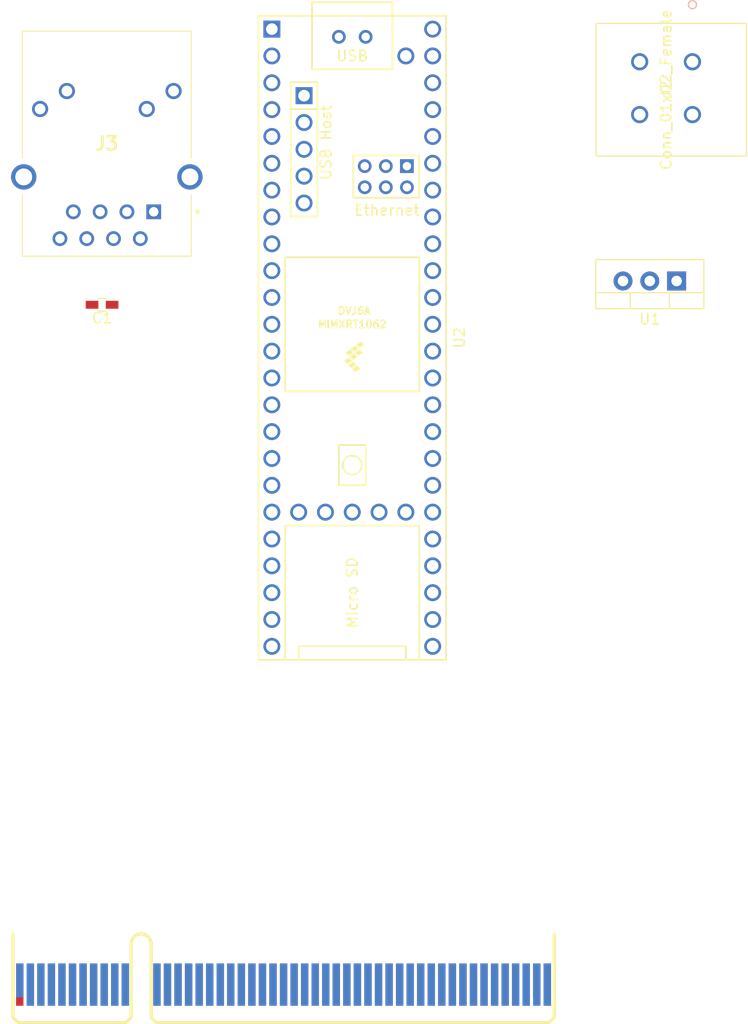
<source format=kicad_pcb>
(kicad_pcb (version 20171130) (host pcbnew "(5.1.9-16-g1737927814)-1")

  (general
    (thickness 1.6)
    (drawings 0)
    (tracks 0)
    (zones 0)
    (modules 6)
    (nets 59)
  )

  (page A4)
  (title_block
    (title "Buscontroller Teensy 1")
    (date 2021-07-08)
    (rev 1)
    (company "Gyurmas Electronix")
  )

  (layers
    (0 F.Cu signal)
    (31 B.Cu signal)
    (32 B.Adhes user)
    (33 F.Adhes user)
    (34 B.Paste user)
    (35 F.Paste user)
    (36 B.SilkS user)
    (37 F.SilkS user)
    (38 B.Mask user)
    (39 F.Mask user)
    (40 Dwgs.User user)
    (41 Cmts.User user)
    (42 Eco1.User user)
    (43 Eco2.User user)
    (44 Edge.Cuts user)
    (45 Margin user)
    (46 B.CrtYd user)
    (47 F.CrtYd user)
    (48 B.Fab user)
    (49 F.Fab user)
  )

  (setup
    (last_trace_width 0.25)
    (trace_clearance 0.2)
    (zone_clearance 0.508)
    (zone_45_only no)
    (trace_min 0.2)
    (via_size 0.8)
    (via_drill 0.4)
    (via_min_size 0.4)
    (via_min_drill 0.3)
    (uvia_size 0.3)
    (uvia_drill 0.1)
    (uvias_allowed no)
    (uvia_min_size 0.2)
    (uvia_min_drill 0.1)
    (edge_width 0.05)
    (segment_width 0.2)
    (pcb_text_width 0.3)
    (pcb_text_size 1.5 1.5)
    (mod_edge_width 0.12)
    (mod_text_size 1 1)
    (mod_text_width 0.15)
    (pad_size 1.524 1.524)
    (pad_drill 0.762)
    (pad_to_mask_clearance 0)
    (aux_axis_origin 0 0)
    (visible_elements 7FFFFFFF)
    (pcbplotparams
      (layerselection 0x010fc_ffffffff)
      (usegerberextensions false)
      (usegerberattributes true)
      (usegerberadvancedattributes true)
      (creategerberjobfile true)
      (excludeedgelayer true)
      (linewidth 0.100000)
      (plotframeref false)
      (viasonmask false)
      (mode 1)
      (useauxorigin false)
      (hpglpennumber 1)
      (hpglpenspeed 20)
      (hpglpendiameter 15.000000)
      (psnegative false)
      (psa4output false)
      (plotreference true)
      (plotvalue true)
      (plotinvisibletext false)
      (padsonsilk false)
      (subtractmaskfromsilk false)
      (outputformat 1)
      (mirror false)
      (drillshape 1)
      (scaleselection 1)
      (outputdirectory ""))
  )

  (net 0 "")
  (net 1 "Net-(C1-Pad1)")
  (net 2 GND)
  (net 3 "Net-(J1-PadA12)")
  (net 4 "Net-(J1-PadA13)")
  (net 5 "Net-(J1-PadA14)")
  (net 6 "Net-(J1-PadA15)")
  (net 7 "Net-(J1-PadA16)")
  (net 8 "Net-(J1-PadA17)")
  (net 9 "Net-(J1-PadA18)")
  (net 10 "Net-(J1-PadA11)")
  (net 11 "Net-(J1-PadA1)")
  (net 12 "Net-(J1-PadA2)")
  (net 13 "Net-(J1-PadA3)")
  (net 14 "Net-(J1-PadA4)")
  (net 15 "Net-(J1-PadA5)")
  (net 16 "Net-(J1-PadA6)")
  (net 17 "Net-(J1-PadA7)")
  (net 18 "Net-(J1-PadA8)")
  (net 19 "Net-(J1-PadA9)")
  (net 20 "Net-(J1-PadA10)")
  (net 21 "Net-(J1-PadA19)")
  (net 22 "Net-(J1-PadA20)")
  (net 23 "Net-(J1-PadA21)")
  (net 24 "Net-(J1-PadA22)")
  (net 25 "Net-(J1-PadA23)")
  (net 26 "Net-(J1-PadA24)")
  (net 27 "Net-(J1-PadA25)")
  (net 28 "Net-(J1-PadA26)")
  (net 29 "Net-(J1-PadA27)")
  (net 30 "Net-(J1-PadA28)")
  (net 31 "Net-(J1-PadA29)")
  (net 32 "Net-(J1-PadA30)")
  (net 33 "Net-(J1-PadA31)")
  (net 34 "Net-(J1-PadA32)")
  (net 35 "Net-(J1-PadA33)")
  (net 36 "Net-(J1-PadA34)")
  (net 37 "Net-(J1-PadA35)")
  (net 38 "Net-(J1-PadA36)")
  (net 39 "Net-(J1-PadA37)")
  (net 40 "Net-(J1-PadA38)")
  (net 41 "Net-(J1-PadA39)")
  (net 42 "Net-(J1-PadA40)")
  (net 43 "Net-(J1-PadA41)")
  (net 44 "Net-(J1-PadA42)")
  (net 45 "Net-(J1-PadA43)")
  (net 46 "Net-(J1-PadA44)")
  (net 47 "Net-(J1-PadA45)")
  (net 48 "Net-(J1-PadA46)")
  (net 49 "Net-(J1-PadA47)")
  (net 50 "Net-(J1-PadA48)")
  (net 51 "Net-(J1-PadA49)")
  (net 52 "Net-(J2-Pad1)")
  (net 53 "Net-(J3-Pad10)")
  (net 54 "Net-(J3-Pad6)")
  (net 55 "Net-(J3-Pad4)")
  (net 56 "Net-(J3-Pad3)")
  (net 57 "Net-(J3-Pad1)")
  (net 58 "Net-(U1-Pad3)")

  (net_class Default "This is the default net class."
    (clearance 0.2)
    (trace_width 0.25)
    (via_dia 0.8)
    (via_drill 0.4)
    (uvia_dia 0.3)
    (uvia_drill 0.1)
    (add_net GND)
    (add_net "Net-(C1-Pad1)")
    (add_net "Net-(J1-PadA1)")
    (add_net "Net-(J1-PadA10)")
    (add_net "Net-(J1-PadA11)")
    (add_net "Net-(J1-PadA12)")
    (add_net "Net-(J1-PadA13)")
    (add_net "Net-(J1-PadA14)")
    (add_net "Net-(J1-PadA15)")
    (add_net "Net-(J1-PadA16)")
    (add_net "Net-(J1-PadA17)")
    (add_net "Net-(J1-PadA18)")
    (add_net "Net-(J1-PadA19)")
    (add_net "Net-(J1-PadA2)")
    (add_net "Net-(J1-PadA20)")
    (add_net "Net-(J1-PadA21)")
    (add_net "Net-(J1-PadA22)")
    (add_net "Net-(J1-PadA23)")
    (add_net "Net-(J1-PadA24)")
    (add_net "Net-(J1-PadA25)")
    (add_net "Net-(J1-PadA26)")
    (add_net "Net-(J1-PadA27)")
    (add_net "Net-(J1-PadA28)")
    (add_net "Net-(J1-PadA29)")
    (add_net "Net-(J1-PadA3)")
    (add_net "Net-(J1-PadA30)")
    (add_net "Net-(J1-PadA31)")
    (add_net "Net-(J1-PadA32)")
    (add_net "Net-(J1-PadA33)")
    (add_net "Net-(J1-PadA34)")
    (add_net "Net-(J1-PadA35)")
    (add_net "Net-(J1-PadA36)")
    (add_net "Net-(J1-PadA37)")
    (add_net "Net-(J1-PadA38)")
    (add_net "Net-(J1-PadA39)")
    (add_net "Net-(J1-PadA4)")
    (add_net "Net-(J1-PadA40)")
    (add_net "Net-(J1-PadA41)")
    (add_net "Net-(J1-PadA42)")
    (add_net "Net-(J1-PadA43)")
    (add_net "Net-(J1-PadA44)")
    (add_net "Net-(J1-PadA45)")
    (add_net "Net-(J1-PadA46)")
    (add_net "Net-(J1-PadA47)")
    (add_net "Net-(J1-PadA48)")
    (add_net "Net-(J1-PadA49)")
    (add_net "Net-(J1-PadA5)")
    (add_net "Net-(J1-PadA6)")
    (add_net "Net-(J1-PadA7)")
    (add_net "Net-(J1-PadA8)")
    (add_net "Net-(J1-PadA9)")
    (add_net "Net-(J2-Pad1)")
    (add_net "Net-(J3-Pad1)")
    (add_net "Net-(J3-Pad10)")
    (add_net "Net-(J3-Pad11)")
    (add_net "Net-(J3-Pad12)")
    (add_net "Net-(J3-Pad3)")
    (add_net "Net-(J3-Pad4)")
    (add_net "Net-(J3-Pad6)")
    (add_net "Net-(J3-Pad7)")
    (add_net "Net-(U1-Pad3)")
    (add_net "Net-(U2-Pad1)")
    (add_net "Net-(U2-Pad10)")
    (add_net "Net-(U2-Pad11)")
    (add_net "Net-(U2-Pad12)")
    (add_net "Net-(U2-Pad13)")
    (add_net "Net-(U2-Pad14)")
    (add_net "Net-(U2-Pad15)")
    (add_net "Net-(U2-Pad16)")
    (add_net "Net-(U2-Pad17)")
    (add_net "Net-(U2-Pad18)")
    (add_net "Net-(U2-Pad19)")
    (add_net "Net-(U2-Pad2)")
    (add_net "Net-(U2-Pad20)")
    (add_net "Net-(U2-Pad21)")
    (add_net "Net-(U2-Pad22)")
    (add_net "Net-(U2-Pad23)")
    (add_net "Net-(U2-Pad24)")
    (add_net "Net-(U2-Pad25)")
    (add_net "Net-(U2-Pad26)")
    (add_net "Net-(U2-Pad27)")
    (add_net "Net-(U2-Pad28)")
    (add_net "Net-(U2-Pad29)")
    (add_net "Net-(U2-Pad3)")
    (add_net "Net-(U2-Pad30)")
    (add_net "Net-(U2-Pad31)")
    (add_net "Net-(U2-Pad32)")
    (add_net "Net-(U2-Pad33)")
    (add_net "Net-(U2-Pad34)")
    (add_net "Net-(U2-Pad35)")
    (add_net "Net-(U2-Pad36)")
    (add_net "Net-(U2-Pad37)")
    (add_net "Net-(U2-Pad38)")
    (add_net "Net-(U2-Pad39)")
    (add_net "Net-(U2-Pad4)")
    (add_net "Net-(U2-Pad40)")
    (add_net "Net-(U2-Pad41)")
    (add_net "Net-(U2-Pad42)")
    (add_net "Net-(U2-Pad43)")
    (add_net "Net-(U2-Pad44)")
    (add_net "Net-(U2-Pad45)")
    (add_net "Net-(U2-Pad46)")
    (add_net "Net-(U2-Pad47)")
    (add_net "Net-(U2-Pad49)")
    (add_net "Net-(U2-Pad5)")
    (add_net "Net-(U2-Pad50)")
    (add_net "Net-(U2-Pad51)")
    (add_net "Net-(U2-Pad52)")
    (add_net "Net-(U2-Pad53)")
    (add_net "Net-(U2-Pad54)")
    (add_net "Net-(U2-Pad55)")
    (add_net "Net-(U2-Pad56)")
    (add_net "Net-(U2-Pad57)")
    (add_net "Net-(U2-Pad58)")
    (add_net "Net-(U2-Pad59)")
    (add_net "Net-(U2-Pad6)")
    (add_net "Net-(U2-Pad66)")
    (add_net "Net-(U2-Pad67)")
    (add_net "Net-(U2-Pad7)")
    (add_net "Net-(U2-Pad8)")
    (add_net "Net-(U2-Pad9)")
  )

  (module teensy:Teensy41 (layer F.Cu) (tedit 5FD6DEAD) (tstamp 60E76222)
    (at 140.51 90.87 270)
    (path /60EABD5E)
    (fp_text reference U2 (at 0 -10.16 90) (layer F.SilkS)
      (effects (font (size 1 1) (thickness 0.15)))
    )
    (fp_text value Teensy4.1 (at 0 10.16 90) (layer F.Fab)
      (effects (font (size 1 1) (thickness 0.15)))
    )
    (fp_text user "USB Host" (at -18.4658 2.4892 90) (layer F.SilkS)
      (effects (font (size 1 1) (thickness 0.15)))
    )
    (fp_text user Ethernet (at -12.065 -3.2766) (layer F.SilkS)
      (effects (font (size 1 1) (thickness 0.15)))
    )
    (fp_text user USB (at -26.67 0 180) (layer F.SilkS)
      (effects (font (size 1 1) (thickness 0.15)))
    )
    (fp_text user "Micro SD" (at 24.13 0 90) (layer F.SilkS)
      (effects (font (size 1 1) (thickness 0.15)))
    )
    (fp_text user MIMXRT1062 (at -1.27 0 180) (layer F.SilkS)
      (effects (font (size 0.7 0.7) (thickness 0.15)))
    )
    (fp_text user DVJ6A (at -2.54 -0.18 180) (layer F.SilkS)
      (effects (font (size 0.7 0.7) (thickness 0.15)))
    )
    (fp_circle (center 12.065 0) (end 12.7 -0.635) (layer F.SilkS) (width 0.15))
    (fp_line (start -7.62 -6.35) (end -7.62 6.35) (layer F.SilkS) (width 0.15))
    (fp_line (start 5.08 -6.35) (end -7.62 -6.35) (layer F.SilkS) (width 0.15))
    (fp_line (start 5.08 6.35) (end 5.08 -6.35) (layer F.SilkS) (width 0.15))
    (fp_line (start -7.62 6.35) (end 5.08 6.35) (layer F.SilkS) (width 0.15))
    (fp_line (start -17.25 -6.3516) (end -17.25 -6.1016) (layer F.SilkS) (width 0.15))
    (fp_line (start -13.25 -6.3516) (end -17.25 -6.3516) (layer F.SilkS) (width 0.15))
    (fp_line (start -13.25 -0.1016) (end -13.25 -6.3516) (layer F.SilkS) (width 0.15))
    (fp_line (start -17.25 -0.1016) (end -13.25 -0.1016) (layer F.SilkS) (width 0.15))
    (fp_line (start -17.25 -6.1016) (end -17.25 -0.1016) (layer F.SilkS) (width 0.15))
    (fp_line (start -21.6408 3.2992) (end -21.6408 5.8392) (layer F.SilkS) (width 0.15))
    (fp_line (start -24.1808 3.2992) (end -21.6408 3.2992) (layer F.SilkS) (width 0.15))
    (fp_line (start -24.1808 5.8392) (end -24.1808 3.2992) (layer F.SilkS) (width 0.15))
    (fp_line (start -11.4808 5.8392) (end -24.1808 5.8392) (layer F.SilkS) (width 0.15))
    (fp_line (start -11.4808 3.2992) (end -11.4808 5.8392) (layer F.SilkS) (width 0.15))
    (fp_line (start -24.1808 3.2992) (end -11.4808 3.2992) (layer F.SilkS) (width 0.15))
    (fp_line (start 10.16 -1.27) (end 13.97 -1.27) (layer F.SilkS) (width 0.15))
    (fp_line (start 10.16 1.27) (end 10.16 -1.27) (layer F.SilkS) (width 0.15))
    (fp_line (start 13.97 1.27) (end 10.16 1.27) (layer F.SilkS) (width 0.15))
    (fp_line (start 13.97 -1.27) (end 13.97 1.27) (layer F.SilkS) (width 0.15))
    (fp_line (start 29.21 5.08) (end 30.48 5.08) (layer F.SilkS) (width 0.15))
    (fp_line (start 29.21 -5.08) (end 29.21 5.08) (layer F.SilkS) (width 0.15))
    (fp_line (start 30.48 -5.08) (end 29.21 -5.08) (layer F.SilkS) (width 0.15))
    (fp_line (start 17.78 6.35) (end 30.48 6.35) (layer F.SilkS) (width 0.15))
    (fp_line (start 17.78 -6.35) (end 17.78 6.35) (layer F.SilkS) (width 0.15))
    (fp_line (start 30.48 -6.35) (end 17.78 -6.35) (layer F.SilkS) (width 0.15))
    (fp_line (start -30.48 3.81) (end -31.75 3.81) (layer F.SilkS) (width 0.15))
    (fp_line (start -31.75 3.81) (end -31.75 -3.81) (layer F.SilkS) (width 0.15))
    (fp_line (start -31.75 -3.81) (end -30.48 -3.81) (layer F.SilkS) (width 0.15))
    (fp_line (start -25.4 3.81) (end -25.4 -3.81) (layer F.SilkS) (width 0.15))
    (fp_line (start -25.4 -3.81) (end -30.48 -3.81) (layer F.SilkS) (width 0.15))
    (fp_line (start -25.4 3.81) (end -30.48 3.81) (layer F.SilkS) (width 0.15))
    (fp_line (start -30.48 -8.89) (end 30.48 -8.89) (layer F.SilkS) (width 0.15))
    (fp_line (start 30.48 -8.89) (end 30.48 8.89) (layer F.SilkS) (width 0.15))
    (fp_line (start 30.48 8.89) (end -30.48 8.89) (layer F.SilkS) (width 0.15))
    (fp_line (start -30.48 8.89) (end -30.48 -8.89) (layer F.SilkS) (width 0.15))
    (fp_poly (pts (xy 2.435 0.455) (xy 2.181 0.709) (xy 1.927 0.328) (xy 2.181 0.074)) (layer F.SilkS) (width 0.1))
    (fp_poly (pts (xy 2.054 -0.053) (xy 1.8 0.201) (xy 1.546 -0.18) (xy 1.8 -0.434)) (layer F.SilkS) (width 0.1))
    (fp_poly (pts (xy 1.673 -0.561) (xy 1.419 -0.307) (xy 1.165 -0.688) (xy 1.419 -0.942)) (layer F.SilkS) (width 0.1))
    (fp_poly (pts (xy 1.673 0.328) (xy 1.419 0.582) (xy 1.165 0.201) (xy 1.419 -0.053)) (layer F.SilkS) (width 0.1))
    (fp_poly (pts (xy 1.292 -0.18) (xy 1.038 0.074) (xy 0.784 -0.307) (xy 1.038 -0.561)) (layer F.SilkS) (width 0.1))
    (fp_poly (pts (xy 0.911 -0.688) (xy 0.657 -0.434) (xy 0.403 -0.815) (xy 0.657 -1.069)) (layer F.SilkS) (width 0.1))
    (fp_poly (pts (xy 2.816 0.074) (xy 2.562 0.328) (xy 2.308 -0.053) (xy 2.562 -0.307)) (layer F.SilkS) (width 0.1))
    (fp_poly (pts (xy 3.197 -0.307) (xy 2.943 -0.053) (xy 2.689 -0.434) (xy 2.943 -0.688)) (layer F.SilkS) (width 0.1))
    (pad 66 thru_hole circle (at -28.48 -1.27 270) (size 1.3 1.3) (drill 0.8) (layers *.Cu *.Mask))
    (pad 67 thru_hole circle (at -28.48 1.27 270) (size 1.3 1.3) (drill 0.8) (layers *.Cu *.Mask))
    (pad 54 thru_hole circle (at 16.51 -5.08 270) (size 1.6 1.6) (drill 1.1) (layers *.Cu *.Mask))
    (pad 53 thru_hole circle (at 16.51 -2.54 270) (size 1.6 1.6) (drill 1.1) (layers *.Cu *.Mask))
    (pad 52 thru_hole circle (at 16.51 0 270) (size 1.6 1.6) (drill 1.1) (layers *.Cu *.Mask))
    (pad 51 thru_hole circle (at 16.51 2.54 270) (size 1.6 1.6) (drill 1.1) (layers *.Cu *.Mask))
    (pad 50 thru_hole circle (at 16.51 5.08 270) (size 1.6 1.6) (drill 1.1) (layers *.Cu *.Mask))
    (pad 62 thru_hole circle (at -16.24 -1.1816 270) (size 1.3 1.3) (drill 0.8) (layers *.Cu *.Mask)
      (net 56 "Net-(J3-Pad3)"))
    (pad 63 thru_hole circle (at -14.24 -1.1816 270) (size 1.3 1.3) (drill 0.8) (layers *.Cu *.Mask)
      (net 57 "Net-(J3-Pad1)"))
    (pad 64 thru_hole circle (at -14.24 -3.1816 270) (size 1.3 1.3) (drill 0.8) (layers *.Cu *.Mask)
      (net 2 GND))
    (pad 61 thru_hole circle (at -16.24 -3.1816 270) (size 1.3 1.3) (drill 0.8) (layers *.Cu *.Mask)
      (net 53 "Net-(J3-Pad10)"))
    (pad 65 thru_hole circle (at -14.24 -5.1816 270) (size 1.3 1.3) (drill 0.8) (layers *.Cu *.Mask)
      (net 54 "Net-(J3-Pad6)"))
    (pad 60 thru_hole rect (at -16.24 -5.1816 270) (size 1.3 1.3) (drill 0.8) (layers *.Cu *.Mask)
      (net 55 "Net-(J3-Pad4)"))
    (pad 17 thru_hole circle (at 11.43 7.62 270) (size 1.6 1.6) (drill 1.1) (layers *.Cu *.Mask))
    (pad 18 thru_hole circle (at 13.97 7.62 270) (size 1.6 1.6) (drill 1.1) (layers *.Cu *.Mask))
    (pad 19 thru_hole circle (at 16.51 7.62 270) (size 1.6 1.6) (drill 1.1) (layers *.Cu *.Mask))
    (pad 20 thru_hole circle (at 19.05 7.62 270) (size 1.6 1.6) (drill 1.1) (layers *.Cu *.Mask))
    (pad 16 thru_hole circle (at 8.89 7.62 270) (size 1.6 1.6) (drill 1.1) (layers *.Cu *.Mask))
    (pad 15 thru_hole circle (at 6.35 7.62 270) (size 1.6 1.6) (drill 1.1) (layers *.Cu *.Mask))
    (pad 14 thru_hole circle (at 3.81 7.62 270) (size 1.6 1.6) (drill 1.1) (layers *.Cu *.Mask))
    (pad 21 thru_hole circle (at 21.59 7.62 270) (size 1.6 1.6) (drill 1.1) (layers *.Cu *.Mask))
    (pad 22 thru_hole circle (at 24.13 7.62 270) (size 1.6 1.6) (drill 1.1) (layers *.Cu *.Mask))
    (pad 23 thru_hole circle (at 26.67 7.62 270) (size 1.6 1.6) (drill 1.1) (layers *.Cu *.Mask))
    (pad 24 thru_hole circle (at 29.21 7.62 270) (size 1.6 1.6) (drill 1.1) (layers *.Cu *.Mask))
    (pad 25 thru_hole circle (at 29.21 -7.62 270) (size 1.6 1.6) (drill 1.1) (layers *.Cu *.Mask))
    (pad 26 thru_hole circle (at 26.67 -7.62 270) (size 1.6 1.6) (drill 1.1) (layers *.Cu *.Mask))
    (pad 27 thru_hole circle (at 24.13 -7.62 270) (size 1.6 1.6) (drill 1.1) (layers *.Cu *.Mask))
    (pad 28 thru_hole circle (at 21.59 -7.62 270) (size 1.6 1.6) (drill 1.1) (layers *.Cu *.Mask))
    (pad 29 thru_hole circle (at 19.05 -7.62 270) (size 1.6 1.6) (drill 1.1) (layers *.Cu *.Mask))
    (pad 30 thru_hole circle (at 16.51 -7.62 270) (size 1.6 1.6) (drill 1.1) (layers *.Cu *.Mask))
    (pad 31 thru_hole circle (at 13.97 -7.62 270) (size 1.6 1.6) (drill 1.1) (layers *.Cu *.Mask))
    (pad 32 thru_hole circle (at 11.43 -7.62 270) (size 1.6 1.6) (drill 1.1) (layers *.Cu *.Mask))
    (pad 33 thru_hole circle (at 8.89 -7.62 270) (size 1.6 1.6) (drill 1.1) (layers *.Cu *.Mask))
    (pad 34 thru_hole circle (at 6.35 -7.62 270) (size 1.6 1.6) (drill 1.1) (layers *.Cu *.Mask))
    (pad 13 thru_hole circle (at 1.27 7.62 270) (size 1.6 1.6) (drill 1.1) (layers *.Cu *.Mask))
    (pad 12 thru_hole circle (at -1.27 7.62 270) (size 1.6 1.6) (drill 1.1) (layers *.Cu *.Mask))
    (pad 11 thru_hole circle (at -3.81 7.62 270) (size 1.6 1.6) (drill 1.1) (layers *.Cu *.Mask))
    (pad 10 thru_hole circle (at -6.35 7.62 270) (size 1.6 1.6) (drill 1.1) (layers *.Cu *.Mask))
    (pad 9 thru_hole circle (at -8.89 7.62 270) (size 1.6 1.6) (drill 1.1) (layers *.Cu *.Mask))
    (pad 8 thru_hole circle (at -11.43 7.62 270) (size 1.6 1.6) (drill 1.1) (layers *.Cu *.Mask))
    (pad 7 thru_hole circle (at -13.97 7.62 270) (size 1.6 1.6) (drill 1.1) (layers *.Cu *.Mask))
    (pad 6 thru_hole circle (at -16.51 7.62 270) (size 1.6 1.6) (drill 1.1) (layers *.Cu *.Mask))
    (pad 5 thru_hole circle (at -19.05 7.62 270) (size 1.6 1.6) (drill 1.1) (layers *.Cu *.Mask))
    (pad 4 thru_hole circle (at -21.59 7.62 270) (size 1.6 1.6) (drill 1.1) (layers *.Cu *.Mask))
    (pad 3 thru_hole circle (at -24.13 7.62 270) (size 1.6 1.6) (drill 1.1) (layers *.Cu *.Mask))
    (pad 2 thru_hole circle (at -26.67 7.62 270) (size 1.6 1.6) (drill 1.1) (layers *.Cu *.Mask))
    (pad 1 thru_hole rect (at -29.21 7.62 270) (size 1.6 1.6) (drill 1.1) (layers *.Cu *.Mask))
    (pad 35 thru_hole circle (at 3.81 -7.62 270) (size 1.6 1.6) (drill 1.1) (layers *.Cu *.Mask))
    (pad 36 thru_hole circle (at 1.27 -7.62 270) (size 1.6 1.6) (drill 1.1) (layers *.Cu *.Mask))
    (pad 37 thru_hole circle (at -1.27 -7.62 270) (size 1.6 1.6) (drill 1.1) (layers *.Cu *.Mask))
    (pad 38 thru_hole circle (at -3.81 -7.62 270) (size 1.6 1.6) (drill 1.1) (layers *.Cu *.Mask))
    (pad 39 thru_hole circle (at -6.35 -7.62 270) (size 1.6 1.6) (drill 1.1) (layers *.Cu *.Mask))
    (pad 40 thru_hole circle (at -8.89 -7.62 270) (size 1.6 1.6) (drill 1.1) (layers *.Cu *.Mask))
    (pad 41 thru_hole circle (at -11.43 -7.62 270) (size 1.6 1.6) (drill 1.1) (layers *.Cu *.Mask))
    (pad 42 thru_hole circle (at -13.97 -7.62 270) (size 1.6 1.6) (drill 1.1) (layers *.Cu *.Mask))
    (pad 43 thru_hole circle (at -16.51 -7.62 270) (size 1.6 1.6) (drill 1.1) (layers *.Cu *.Mask))
    (pad 44 thru_hole circle (at -19.05 -7.62 270) (size 1.6 1.6) (drill 1.1) (layers *.Cu *.Mask))
    (pad 45 thru_hole circle (at -21.59 -7.62 270) (size 1.6 1.6) (drill 1.1) (layers *.Cu *.Mask))
    (pad 46 thru_hole circle (at -24.13 -7.62 270) (size 1.6 1.6) (drill 1.1) (layers *.Cu *.Mask))
    (pad 47 thru_hole circle (at -26.67 -7.62 270) (size 1.6 1.6) (drill 1.1) (layers *.Cu *.Mask))
    (pad 48 thru_hole circle (at -29.21 -7.62 270) (size 1.6 1.6) (drill 1.1) (layers *.Cu *.Mask)
      (net 58 "Net-(U1-Pad3)"))
    (pad 55 thru_hole rect (at -22.9108 4.5692 270) (size 1.6 1.6) (drill 1.1) (layers *.Cu *.Mask))
    (pad 56 thru_hole circle (at -20.3708 4.5692 270) (size 1.6 1.6) (drill 1.1) (layers *.Cu *.Mask))
    (pad 57 thru_hole circle (at -17.8308 4.5692 270) (size 1.6 1.6) (drill 1.1) (layers *.Cu *.Mask))
    (pad 58 thru_hole circle (at -15.2908 4.5692 270) (size 1.6 1.6) (drill 1.1) (layers *.Cu *.Mask))
    (pad 59 thru_hole circle (at -12.7508 4.5692 270) (size 1.6 1.6) (drill 1.1) (layers *.Cu *.Mask))
    (pad 49 thru_hole circle (at -26.67 -5.08 270) (size 1.6 1.6) (drill 1.1) (layers *.Cu *.Mask))
    (model ${KICAD_USER_DIR}/teensy.pretty/Teensy_4.1_Assembly.STEP
      (offset (xyz 0 0 0.762))
      (scale (xyz 1 1 1))
      (rotate (xyz 0 0 0))
    )
  )

  (module TO_SOT_Packages_THT:TO-220-3_Vertical (layer F.Cu) (tedit 58CE52AD) (tstamp 60E761A9)
    (at 171.25 85.5 180)
    (descr "TO-220-3, Vertical, RM 2.54mm")
    (tags "TO-220-3 Vertical RM 2.54mm")
    (path /60EAFD83)
    (fp_text reference U1 (at 2.54 -3.62) (layer F.SilkS)
      (effects (font (size 1 1) (thickness 0.15)))
    )
    (fp_text value LM7805_TO220 (at 2.54 3.92) (layer F.Fab)
      (effects (font (size 1 1) (thickness 0.15)))
    )
    (fp_line (start 7.79 -2.75) (end -2.71 -2.75) (layer F.CrtYd) (width 0.05))
    (fp_line (start 7.79 2.16) (end 7.79 -2.75) (layer F.CrtYd) (width 0.05))
    (fp_line (start -2.71 2.16) (end 7.79 2.16) (layer F.CrtYd) (width 0.05))
    (fp_line (start -2.71 -2.75) (end -2.71 2.16) (layer F.CrtYd) (width 0.05))
    (fp_line (start 4.391 -2.62) (end 4.391 -1.11) (layer F.SilkS) (width 0.12))
    (fp_line (start 0.69 -2.62) (end 0.69 -1.11) (layer F.SilkS) (width 0.12))
    (fp_line (start -2.58 -1.11) (end 7.66 -1.11) (layer F.SilkS) (width 0.12))
    (fp_line (start 7.66 -2.62) (end 7.66 2.021) (layer F.SilkS) (width 0.12))
    (fp_line (start -2.58 -2.62) (end -2.58 2.021) (layer F.SilkS) (width 0.12))
    (fp_line (start -2.58 2.021) (end 7.66 2.021) (layer F.SilkS) (width 0.12))
    (fp_line (start -2.58 -2.62) (end 7.66 -2.62) (layer F.SilkS) (width 0.12))
    (fp_line (start 4.39 -2.5) (end 4.39 -1.23) (layer F.Fab) (width 0.1))
    (fp_line (start 0.69 -2.5) (end 0.69 -1.23) (layer F.Fab) (width 0.1))
    (fp_line (start -2.46 -1.23) (end 7.54 -1.23) (layer F.Fab) (width 0.1))
    (fp_line (start 7.54 -2.5) (end -2.46 -2.5) (layer F.Fab) (width 0.1))
    (fp_line (start 7.54 1.9) (end 7.54 -2.5) (layer F.Fab) (width 0.1))
    (fp_line (start -2.46 1.9) (end 7.54 1.9) (layer F.Fab) (width 0.1))
    (fp_line (start -2.46 -2.5) (end -2.46 1.9) (layer F.Fab) (width 0.1))
    (fp_text user %R (at 2.54 -3.62) (layer F.Fab)
      (effects (font (size 1 1) (thickness 0.15)))
    )
    (pad 1 thru_hole rect (at 0 0 180) (size 1.8 1.8) (drill 1) (layers *.Cu *.Mask)
      (net 52 "Net-(J2-Pad1)"))
    (pad 2 thru_hole oval (at 2.54 0 180) (size 1.8 1.8) (drill 1) (layers *.Cu *.Mask)
      (net 2 GND))
    (pad 3 thru_hole oval (at 5.08 0 180) (size 1.8 1.8) (drill 1) (layers *.Cu *.Mask)
      (net 58 "Net-(U1-Pad3)"))
    (model ${KISYS3DMOD}/TO_SOT_Packages_THT.3dshapes/TO-220-3_Vertical.wrl
      (offset (xyz 2.539999961853027 0 0))
      (scale (xyz 0.393701 0.393701 0.393701))
      (rotate (xyz 0 0 0))
    )
  )

  (module SamacSys_Parts:J1B1211CCD (layer F.Cu) (tedit 0) (tstamp 60E76788)
    (at 117.25 72.5 180)
    (descr J1B1211CCD)
    (tags Connector)
    (path /60E74199)
    (fp_text reference J3 (at 0 0) (layer F.SilkS)
      (effects (font (size 1.27 1.27) (thickness 0.254)))
    )
    (fp_text value J1B1211CCD (at 0 0) (layer F.SilkS) hide
      (effects (font (size 1.27 1.27) (thickness 0.254)))
    )
    (fp_arc (start -8.6 -6.45) (end -8.6 -6.35) (angle 180) (layer F.SilkS) (width 0.2))
    (fp_arc (start -8.6 -6.45) (end -8.6 -6.55) (angle 180) (layer F.SilkS) (width 0.2))
    (fp_text user %R (at 0 0) (layer F.Fab)
      (effects (font (size 1.27 1.27) (thickness 0.254)))
    )
    (fp_line (start -8 -10.65) (end 8 -10.65) (layer F.Fab) (width 0.2))
    (fp_line (start 8 -10.65) (end 8 10.65) (layer F.Fab) (width 0.2))
    (fp_line (start 8 10.65) (end -8 10.65) (layer F.Fab) (width 0.2))
    (fp_line (start -8 10.65) (end -8 -10.65) (layer F.Fab) (width 0.2))
    (fp_line (start -10.075 -11.65) (end 10.075 -11.65) (layer F.CrtYd) (width 0.1))
    (fp_line (start 10.075 -11.65) (end 10.075 11.65) (layer F.CrtYd) (width 0.1))
    (fp_line (start 10.075 11.65) (end -10.075 11.65) (layer F.CrtYd) (width 0.1))
    (fp_line (start -10.075 11.65) (end -10.075 -11.65) (layer F.CrtYd) (width 0.1))
    (fp_line (start -8 -4.85) (end -8 -10.65) (layer F.SilkS) (width 0.1))
    (fp_line (start -8 -10.65) (end 8 -10.65) (layer F.SilkS) (width 0.1))
    (fp_line (start 8 -10.65) (end 8 -4.85) (layer F.SilkS) (width 0.1))
    (fp_line (start -8 -1.35) (end -8 10.65) (layer F.SilkS) (width 0.1))
    (fp_line (start -8 10.65) (end 8 10.65) (layer F.SilkS) (width 0.1))
    (fp_line (start 8 10.65) (end 8 -1.35) (layer F.SilkS) (width 0.1))
    (fp_line (start -8.6 -6.55) (end -8.6 -6.55) (layer F.SilkS) (width 0.2))
    (fp_line (start -8.6 -6.35) (end -8.6 -6.35) (layer F.SilkS) (width 0.2))
    (pad 16 np_thru_hole circle (at 5.715 -0.1 180) (size 3.25 0) (drill 3.25) (layers *.Cu *.Mask))
    (pad 15 np_thru_hole circle (at -5.715 -0.1 180) (size 3.25 0) (drill 3.25) (layers *.Cu *.Mask))
    (pad 14 thru_hole circle (at 7.875 -3.15 180) (size 2.4 2.4) (drill 1.6) (layers *.Cu *.Mask)
      (net 2 GND))
    (pad 13 thru_hole circle (at -7.875 -3.15 180) (size 2.4 2.4) (drill 1.6) (layers *.Cu *.Mask)
      (net 2 GND))
    (pad 12 thru_hole circle (at 6.325 3.28 180) (size 1.53 1.53) (drill 1.02) (layers *.Cu *.Mask))
    (pad 11 thru_hole circle (at 3.785 4.98 180) (size 1.53 1.53) (drill 1.02) (layers *.Cu *.Mask))
    (pad 10 thru_hole circle (at -3.785 3.28 180) (size 1.53 1.53) (drill 1.02) (layers *.Cu *.Mask)
      (net 53 "Net-(J3-Pad10)"))
    (pad 9 thru_hole circle (at -6.325 4.98 180) (size 1.53 1.53) (drill 1.02) (layers *.Cu *.Mask)
      (net 2 GND))
    (pad 8 thru_hole circle (at 4.445 -8.99 180) (size 1.4 1.4) (drill 0.9) (layers *.Cu *.Mask)
      (net 2 GND))
    (pad 7 thru_hole circle (at 3.175 -6.45 180) (size 1.4 1.4) (drill 0.9) (layers *.Cu *.Mask))
    (pad 6 thru_hole circle (at 1.905 -8.99 180) (size 1.4 1.4) (drill 0.9) (layers *.Cu *.Mask)
      (net 54 "Net-(J3-Pad6)"))
    (pad 5 thru_hole circle (at 0.635 -6.45 180) (size 1.4 1.4) (drill 0.9) (layers *.Cu *.Mask)
      (net 1 "Net-(C1-Pad1)"))
    (pad 4 thru_hole circle (at -0.635 -8.99 180) (size 1.4 1.4) (drill 0.9) (layers *.Cu *.Mask)
      (net 55 "Net-(J3-Pad4)"))
    (pad 3 thru_hole circle (at -1.905 -6.45 180) (size 1.4 1.4) (drill 0.9) (layers *.Cu *.Mask)
      (net 56 "Net-(J3-Pad3)"))
    (pad 2 thru_hole circle (at -3.175 -8.99 180) (size 1.4 1.4) (drill 0.9) (layers *.Cu *.Mask)
      (net 1 "Net-(C1-Pad1)"))
    (pad 1 thru_hole rect (at -4.445 -6.45 180) (size 1.4 1.4) (drill 0.9) (layers *.Cu *.Mask)
      (net 57 "Net-(J3-Pad1)"))
    (model C:\Users\gyurma\Documents\CAD\SamacSys_PCB_Library\KiCad\SamacSys_Parts.3dshapes\J1B1211CCD.stp
      (at (xyz 0 0 0))
      (scale (xyz 1 1 1))
      (rotate (xyz 0 0 0))
    )
  )

  (module footprints:236-402 (layer F.Cu) (tedit 0) (tstamp 60E7617F)
    (at 172.75 64.75 270)
    (path /60EA146F)
    (fp_text reference J2 (at 2.649886 2.5 90) (layer F.SilkS)
      (effects (font (size 1 1) (thickness 0.15)))
    )
    (fp_text value Conn_01x02_Female (at 2.649886 2.5 90) (layer F.SilkS)
      (effects (font (size 1 1) (thickness 0.15)))
    )
    (fp_text user * (at 0 0 90) (layer F.Fab)
      (effects (font (size 1 1) (thickness 0.15)))
    )
    (fp_text user * (at 0 0 90) (layer F.SilkS)
      (effects (font (size 1 1) (thickness 0.15)))
    )
    (fp_text user "Copyright 2021 Accelerated Designs. All rights reserved." (at 0 0 90) (layer Cmts.User)
      (effects (font (size 0.127 0.127) (thickness 0.002)))
    )
    (fp_line (start -3.627115 9.126888) (end 8.926886 9.126888) (layer F.SilkS) (width 0.12))
    (fp_line (start 8.926886 9.126888) (end 8.926886 -5.127112) (layer F.SilkS) (width 0.12))
    (fp_line (start 8.926886 -5.127112) (end -3.627115 -5.127112) (layer F.SilkS) (width 0.12))
    (fp_line (start -3.627115 -5.127112) (end -3.627115 9.126888) (layer F.SilkS) (width 0.12))
    (fp_line (start -3.500115 8.999888) (end 8.799886 8.999888) (layer F.Fab) (width 0.1))
    (fp_line (start 8.799886 8.999888) (end 8.799886 -5.000112) (layer F.Fab) (width 0.1))
    (fp_line (start 8.799886 -5.000112) (end -3.500115 -5.000112) (layer F.Fab) (width 0.1))
    (fp_line (start -3.500115 -5.000112) (end -3.500115 8.999888) (layer F.Fab) (width 0.1))
    (fp_line (start -3.754115 -5.254112) (end -3.754115 9.253888) (layer F.CrtYd) (width 0.05))
    (fp_line (start -3.754115 9.253888) (end 9.053886 9.253888) (layer F.CrtYd) (width 0.05))
    (fp_line (start 9.053886 9.253888) (end 9.053886 -5.254112) (layer F.CrtYd) (width 0.05))
    (fp_line (start 9.053886 -5.254112) (end -3.754115 -5.254112) (layer F.CrtYd) (width 0.05))
    (fp_circle (center 0 -1.905) (end 0.381 -1.905) (layer F.Fab) (width 0.1))
    (fp_circle (center -5.405115 0) (end -5.024115 0) (layer F.SilkS) (width 0.12))
    (fp_circle (center -5.405115 0) (end -5.024115 0) (layer B.SilkS) (width 0.12))
    (pad 4 thru_hole circle (at 5 5 270) (size 1.6256 1.6256) (drill 1.1176) (layers *.Cu *.Mask))
    (pad 2 thru_hole circle (at 0 5 270) (size 1.6256 1.6256) (drill 1.1176) (layers *.Cu *.Mask)
      (net 2 GND))
    (pad 3 thru_hole circle (at 5 0 270) (size 1.6256 1.6256) (drill 1.1176) (layers *.Cu *.Mask))
    (pad 1 thru_hole circle (at 0 0 270) (size 1.6256 1.6256) (drill 1.1176) (layers *.Cu *.Mask)
      (net 52 "Net-(J2-Pad1)"))
  )

  (module Capacitors_SMD:C_0603_HandSoldering (layer F.Cu) (tedit 58AA848B) (tstamp 60E760F4)
    (at 116.8 87.75 180)
    (descr "Capacitor SMD 0603, hand soldering")
    (tags "capacitor 0603")
    (path /60E9149C)
    (attr smd)
    (fp_text reference C1 (at 0 -1.25) (layer F.SilkS)
      (effects (font (size 1 1) (thickness 0.15)))
    )
    (fp_text value 100n (at 0 1.5) (layer F.Fab)
      (effects (font (size 1 1) (thickness 0.15)))
    )
    (fp_line (start 1.8 0.65) (end -1.8 0.65) (layer F.CrtYd) (width 0.05))
    (fp_line (start 1.8 0.65) (end 1.8 -0.65) (layer F.CrtYd) (width 0.05))
    (fp_line (start -1.8 -0.65) (end -1.8 0.65) (layer F.CrtYd) (width 0.05))
    (fp_line (start -1.8 -0.65) (end 1.8 -0.65) (layer F.CrtYd) (width 0.05))
    (fp_line (start 0.35 0.6) (end -0.35 0.6) (layer F.SilkS) (width 0.12))
    (fp_line (start -0.35 -0.6) (end 0.35 -0.6) (layer F.SilkS) (width 0.12))
    (fp_line (start -0.8 -0.4) (end 0.8 -0.4) (layer F.Fab) (width 0.1))
    (fp_line (start 0.8 -0.4) (end 0.8 0.4) (layer F.Fab) (width 0.1))
    (fp_line (start 0.8 0.4) (end -0.8 0.4) (layer F.Fab) (width 0.1))
    (fp_line (start -0.8 0.4) (end -0.8 -0.4) (layer F.Fab) (width 0.1))
    (fp_text user %R (at 0 -1.25) (layer F.Fab)
      (effects (font (size 1 1) (thickness 0.15)))
    )
    (pad 1 smd rect (at -0.95 0 180) (size 1.2 0.75) (layers F.Cu F.Paste F.Mask)
      (net 1 "Net-(C1-Pad1)"))
    (pad 2 smd rect (at 0.95 0 180) (size 1.2 0.75) (layers F.Cu F.Paste F.Mask)
      (net 2 GND))
    (model Capacitors_SMD.3dshapes/C_0603.wrl
      (at (xyz 0 0 0))
      (scale (xyz 1 1 1))
      (rotate (xyz 0 0 0))
    )
  )

  (module w_conn_pc:pci-x_edge-x8 (layer F.Cu) (tedit 4ECAAB4E) (tstamp 60E73B42)
    (at 120.5 151.5)
    (descr "PCI-X 8x card edge")
    (path /60E71F01)
    (fp_text reference J1 (at 0 5.99948) (layer F.SilkS) hide
      (effects (font (size 1.524 1.524) (thickness 0.3048)))
    )
    (fp_text value PCIE-098-edge-conn (at 0 6.20014) (layer F.SilkS) hide
      (effects (font (size 1.524 1.524) (thickness 0.3048)))
    )
    (fp_line (start -0.94996 3.70078) (end -1.45034 4.20116) (layer F.SilkS) (width 0.3048))
    (fp_line (start 0.94996 3.70078) (end 1.45034 4.20116) (layer F.SilkS) (width 0.3048))
    (fp_line (start -0.94996 -3.2512) (end -0.94996 3.70078) (layer F.SilkS) (width 0.3048))
    (fp_line (start 0.94996 3.70078) (end 0.94996 -3.2512) (layer F.SilkS) (width 0.3048))
    (fp_line (start -12.14882 3.70078) (end -12.14882 -4.20116) (layer F.SilkS) (width 0.3048))
    (fp_line (start -11.65098 4.20116) (end -12.14882 3.70078) (layer F.SilkS) (width 0.3048))
    (fp_line (start -1.45034 4.20116) (end -11.65098 4.20116) (layer F.SilkS) (width 0.3048))
    (fp_line (start 38.65118 4.20116) (end 39.15156 3.70078) (layer F.SilkS) (width 0.3048))
    (fp_line (start 39.14902 3.70078) (end 39.14902 -4.20116) (layer F.SilkS) (width 0.3048))
    (fp_line (start 38.65118 4.20116) (end 1.45034 4.20116) (layer F.SilkS) (width 0.3048))
    (fp_arc (start 0 -3.2512) (end -0.94996 -3.2512) (angle 90) (layer F.SilkS) (width 0.3048))
    (fp_arc (start 0 -3.2512) (end 0 -4.20116) (angle 90) (layer F.SilkS) (width 0.3048))
    (pad A12 smd rect (at 1.50114 0.59944) (size 0.70104 4.0005) (layers B.Cu F.Paste F.Mask)
      (net 3 "Net-(J1-PadA12)"))
    (pad A13 smd rect (at 2.49936 0.59944) (size 0.70104 4.0005) (layers B.Cu F.Paste F.Mask)
      (net 4 "Net-(J1-PadA13)"))
    (pad A14 smd rect (at 3.50012 0.59944) (size 0.70104 4.0005) (layers B.Cu F.Paste F.Mask)
      (net 5 "Net-(J1-PadA14)"))
    (pad A15 smd rect (at 4.50088 0.59944) (size 0.70104 4.0005) (layers B.Cu F.Paste F.Mask)
      (net 6 "Net-(J1-PadA15)"))
    (pad A16 smd rect (at 5.4991 0.59944) (size 0.70104 4.0005) (layers B.Cu F.Paste F.Mask)
      (net 7 "Net-(J1-PadA16)"))
    (pad A17 smd rect (at 6.49986 0.59944) (size 0.70104 4.0005) (layers B.Cu F.Paste F.Mask)
      (net 8 "Net-(J1-PadA17)"))
    (pad A18 smd rect (at 7.50062 0.59944) (size 0.70104 4.0005) (layers B.Cu F.Paste F.Mask)
      (net 9 "Net-(J1-PadA18)"))
    (pad B12 smd rect (at 1.50114 0.59944) (size 0.70104 4.0005) (layers F.Cu F.Paste F.Mask)
      (net 3 "Net-(J1-PadA12)"))
    (pad B13 smd rect (at 2.49936 0.59944) (size 0.70104 4.0005) (layers F.Cu F.Paste F.Mask)
      (net 4 "Net-(J1-PadA13)"))
    (pad B14 smd rect (at 3.50012 0.59944) (size 0.70104 4.0005) (layers F.Cu F.Paste F.Mask)
      (net 5 "Net-(J1-PadA14)"))
    (pad B15 smd rect (at 4.50088 0.59944) (size 0.70104 4.0005) (layers F.Cu F.Paste F.Mask)
      (net 6 "Net-(J1-PadA15)"))
    (pad B16 smd rect (at 5.4991 0.59944) (size 0.70104 4.0005) (layers F.Cu F.Paste F.Mask)
      (net 7 "Net-(J1-PadA16)"))
    (pad B17 smd rect (at 6.49986 0.59944) (size 0.70104 4.0005) (layers F.Cu F.Paste F.Mask)
      (net 8 "Net-(J1-PadA17)"))
    (pad B18 smd rect (at 7.50062 0.59944) (size 0.70104 4.0005) (layers F.Cu F.Paste F.Mask)
      (net 9 "Net-(J1-PadA18)"))
    (pad A11 smd rect (at -1.50114 0.59944) (size 0.70104 4.0005) (layers B.Cu F.Paste F.Mask)
      (net 10 "Net-(J1-PadA11)"))
    (pad A1 smd rect (at -11.50112 0.20066) (size 0.70104 3.2004) (layers B.Cu F.Paste F.Mask)
      (net 11 "Net-(J1-PadA1)"))
    (pad A2 smd rect (at -10.50036 0.59944) (size 0.70104 4.0005) (layers B.Cu F.Paste F.Mask)
      (net 12 "Net-(J1-PadA2)"))
    (pad A3 smd rect (at -9.4996 0.59944) (size 0.70104 4.0005) (layers B.Cu F.Paste F.Mask)
      (net 13 "Net-(J1-PadA3)"))
    (pad A4 smd rect (at -8.49884 0.59944) (size 0.70104 4.0005) (layers B.Cu F.Paste F.Mask)
      (net 14 "Net-(J1-PadA4)"))
    (pad A5 smd rect (at -7.50062 0.59944) (size 0.70104 4.0005) (layers B.Cu F.Paste F.Mask)
      (net 15 "Net-(J1-PadA5)"))
    (pad A6 smd rect (at -6.49986 0.59944) (size 0.70104 4.0005) (layers B.Cu F.Paste F.Mask)
      (net 16 "Net-(J1-PadA6)"))
    (pad A7 smd rect (at -5.4991 0.59944) (size 0.70104 4.0005) (layers B.Cu F.Paste F.Mask)
      (net 17 "Net-(J1-PadA7)"))
    (pad A8 smd rect (at -4.50088 0.59944) (size 0.70104 4.0005) (layers B.Cu F.Paste F.Mask)
      (net 18 "Net-(J1-PadA8)"))
    (pad A9 smd rect (at -3.50012 0.59944) (size 0.70104 4.0005) (layers B.Cu F.Paste F.Mask)
      (net 19 "Net-(J1-PadA9)"))
    (pad A10 smd rect (at -2.49936 0.59944) (size 0.70104 4.0005) (layers B.Cu F.Paste F.Mask)
      (net 20 "Net-(J1-PadA10)"))
    (pad B1 smd rect (at -11.50112 0.59944) (size 0.70104 4.0005) (layers F.Cu F.Paste F.Mask)
      (net 11 "Net-(J1-PadA1)"))
    (pad B2 smd rect (at -10.50036 0.59944) (size 0.70104 4.0005) (layers F.Cu F.Paste F.Mask)
      (net 12 "Net-(J1-PadA2)"))
    (pad B3 smd rect (at -9.4996 0.59944) (size 0.70104 4.0005) (layers F.Cu F.Paste F.Mask)
      (net 13 "Net-(J1-PadA3)"))
    (pad B4 smd rect (at -8.49884 0.59944) (size 0.70104 4.0005) (layers F.Cu F.Paste F.Mask)
      (net 14 "Net-(J1-PadA4)"))
    (pad B5 smd rect (at -7.50062 0.59944) (size 0.70104 4.0005) (layers F.Cu F.Paste F.Mask)
      (net 15 "Net-(J1-PadA5)"))
    (pad B6 smd rect (at -6.49986 0.59944) (size 0.70104 4.0005) (layers F.Cu F.Paste F.Mask)
      (net 16 "Net-(J1-PadA6)"))
    (pad B7 smd rect (at -5.4991 0.59944) (size 0.70104 4.0005) (layers F.Cu F.Paste F.Mask)
      (net 17 "Net-(J1-PadA7)"))
    (pad B8 smd rect (at -4.50088 0.59944) (size 0.70104 4.0005) (layers F.Cu F.Paste F.Mask)
      (net 18 "Net-(J1-PadA8)"))
    (pad B9 smd rect (at -3.50012 0.59944) (size 0.70104 4.0005) (layers F.Cu F.Paste F.Mask)
      (net 19 "Net-(J1-PadA9)"))
    (pad B10 smd rect (at -2.49936 0.59944) (size 0.70104 4.0005) (layers F.Cu F.Paste F.Mask)
      (net 20 "Net-(J1-PadA10)"))
    (pad B11 smd rect (at -1.50114 0.59944) (size 0.70104 4.0005) (layers F.Cu F.Paste F.Mask)
      (net 10 "Net-(J1-PadA11)"))
    (pad A19 smd rect (at 8.49884 0.59944) (size 0.70104 4.0005) (layers B.Cu F.Paste F.Mask)
      (net 21 "Net-(J1-PadA19)"))
    (pad A20 smd rect (at 9.4996 0.59944) (size 0.70104 4.0005) (layers B.Cu F.Paste F.Mask)
      (net 22 "Net-(J1-PadA20)"))
    (pad A21 smd rect (at 10.50036 0.59944) (size 0.70104 4.0005) (layers B.Cu F.Paste F.Mask)
      (net 23 "Net-(J1-PadA21)"))
    (pad A22 smd rect (at 11.50112 0.59944) (size 0.70104 4.0005) (layers B.Cu F.Paste F.Mask)
      (net 24 "Net-(J1-PadA22)"))
    (pad A23 smd rect (at 12.49934 0.59944) (size 0.70104 4.0005) (layers B.Cu F.Paste F.Mask)
      (net 25 "Net-(J1-PadA23)"))
    (pad A24 smd rect (at 13.5001 0.59944) (size 0.70104 4.0005) (layers B.Cu F.Paste F.Mask)
      (net 26 "Net-(J1-PadA24)"))
    (pad A25 smd rect (at 14.50086 0.59944) (size 0.70104 4.0005) (layers B.Cu F.Paste F.Mask)
      (net 27 "Net-(J1-PadA25)"))
    (pad A26 smd rect (at 15.49908 0.59944) (size 0.70104 4.0005) (layers B.Cu F.Paste F.Mask)
      (net 28 "Net-(J1-PadA26)"))
    (pad A27 smd rect (at 16.49984 0.59944) (size 0.70104 4.0005) (layers B.Cu F.Paste F.Mask)
      (net 29 "Net-(J1-PadA27)"))
    (pad A28 smd rect (at 17.5006 0.59944) (size 0.70104 4.0005) (layers B.Cu F.Paste F.Mask)
      (net 30 "Net-(J1-PadA28)"))
    (pad A29 smd rect (at 18.49882 0.59944) (size 0.70104 4.0005) (layers B.Cu F.Paste F.Mask)
      (net 31 "Net-(J1-PadA29)"))
    (pad A30 smd rect (at 19.49958 0.59944) (size 0.70104 4.0005) (layers B.Cu F.Paste F.Mask)
      (net 32 "Net-(J1-PadA30)"))
    (pad A31 smd rect (at 20.50034 0.59944) (size 0.70104 4.0005) (layers B.Cu F.Paste F.Mask)
      (net 33 "Net-(J1-PadA31)"))
    (pad A32 smd rect (at 21.5011 0.59944) (size 0.70104 4.0005) (layers B.Cu F.Paste F.Mask)
      (net 34 "Net-(J1-PadA32)"))
    (pad B19 smd rect (at 8.49884 0.59944) (size 0.70104 4.0005) (layers F.Cu F.Paste F.Mask)
      (net 21 "Net-(J1-PadA19)"))
    (pad B20 smd rect (at 9.4996 0.59944) (size 0.70104 4.0005) (layers F.Cu F.Paste F.Mask)
      (net 22 "Net-(J1-PadA20)"))
    (pad B21 smd rect (at 10.50036 0.59944) (size 0.70104 4.0005) (layers F.Cu F.Paste F.Mask)
      (net 23 "Net-(J1-PadA21)"))
    (pad B22 smd rect (at 11.50112 0.59944) (size 0.70104 4.0005) (layers F.Cu F.Paste F.Mask)
      (net 24 "Net-(J1-PadA22)"))
    (pad B23 smd rect (at 12.49934 0.59944) (size 0.70104 4.0005) (layers F.Cu F.Paste F.Mask)
      (net 25 "Net-(J1-PadA23)"))
    (pad B24 smd rect (at 13.5001 0.59944) (size 0.70104 4.0005) (layers F.Cu F.Paste F.Mask)
      (net 26 "Net-(J1-PadA24)"))
    (pad B25 smd rect (at 14.50086 0.59944) (size 0.70104 4.0005) (layers F.Cu F.Paste F.Mask)
      (net 27 "Net-(J1-PadA25)"))
    (pad B26 smd rect (at 15.49908 0.59944) (size 0.70104 4.0005) (layers F.Cu F.Paste F.Mask)
      (net 28 "Net-(J1-PadA26)"))
    (pad B27 smd rect (at 16.49984 0.59944) (size 0.70104 4.0005) (layers F.Cu F.Paste F.Mask)
      (net 29 "Net-(J1-PadA27)"))
    (pad B28 smd rect (at 17.5006 0.59944) (size 0.70104 4.0005) (layers F.Cu F.Paste F.Mask)
      (net 30 "Net-(J1-PadA28)"))
    (pad B29 smd rect (at 18.49882 0.59944) (size 0.70104 4.0005) (layers F.Cu F.Paste F.Mask)
      (net 31 "Net-(J1-PadA29)"))
    (pad B30 smd rect (at 19.49958 0.59944) (size 0.70104 4.0005) (layers F.Cu F.Paste F.Mask)
      (net 32 "Net-(J1-PadA30)"))
    (pad B31 smd rect (at 20.50034 0.59944) (size 0.70104 4.0005) (layers F.Cu F.Paste F.Mask)
      (net 33 "Net-(J1-PadA31)"))
    (pad B32 smd rect (at 21.5011 0.59944) (size 0.70104 4.0005) (layers F.Cu F.Paste F.Mask)
      (net 34 "Net-(J1-PadA32)"))
    (pad B33 smd rect (at 22.49932 0.59944) (size 0.70104 4.0005) (layers F.Cu F.Paste F.Mask)
      (net 35 "Net-(J1-PadA33)"))
    (pad B34 smd rect (at 23.50008 0.59944) (size 0.70104 4.0005) (layers F.Cu F.Paste F.Mask)
      (net 36 "Net-(J1-PadA34)"))
    (pad B35 smd rect (at 24.50084 0.59944) (size 0.70104 4.0005) (layers F.Cu F.Paste F.Mask)
      (net 37 "Net-(J1-PadA35)"))
    (pad B36 smd rect (at 25.49906 0.59944) (size 0.70104 4.0005) (layers F.Cu F.Paste F.Mask)
      (net 38 "Net-(J1-PadA36)"))
    (pad B37 smd rect (at 26.49982 0.59944) (size 0.70104 4.0005) (layers F.Cu F.Paste F.Mask)
      (net 39 "Net-(J1-PadA37)"))
    (pad B38 smd rect (at 27.50058 0.59944) (size 0.70104 4.0005) (layers F.Cu F.Paste F.Mask)
      (net 40 "Net-(J1-PadA38)"))
    (pad B39 smd rect (at 28.4988 0.59944) (size 0.70104 4.0005) (layers F.Cu F.Paste F.Mask)
      (net 41 "Net-(J1-PadA39)"))
    (pad B40 smd rect (at 29.49956 0.59944) (size 0.70104 4.0005) (layers F.Cu F.Paste F.Mask)
      (net 42 "Net-(J1-PadA40)"))
    (pad B41 smd rect (at 30.50032 0.59944) (size 0.70104 4.0005) (layers F.Cu F.Paste F.Mask)
      (net 43 "Net-(J1-PadA41)"))
    (pad B42 smd rect (at 31.50108 0.59944) (size 0.70104 4.0005) (layers F.Cu F.Paste F.Mask)
      (net 44 "Net-(J1-PadA42)"))
    (pad B43 smd rect (at 32.4993 0.59944) (size 0.70104 4.0005) (layers F.Cu F.Paste F.Mask)
      (net 45 "Net-(J1-PadA43)"))
    (pad B44 smd rect (at 33.50006 0.59944) (size 0.70104 4.0005) (layers F.Cu F.Paste F.Mask)
      (net 46 "Net-(J1-PadA44)"))
    (pad B45 smd rect (at 34.50082 0.59944) (size 0.70104 4.0005) (layers F.Cu F.Paste F.Mask)
      (net 47 "Net-(J1-PadA45)"))
    (pad B46 smd rect (at 35.49904 0.59944) (size 0.70104 4.0005) (layers F.Cu F.Paste F.Mask)
      (net 48 "Net-(J1-PadA46)"))
    (pad B47 smd rect (at 36.4998 0.59944) (size 0.70104 4.0005) (layers F.Cu F.Paste F.Mask)
      (net 49 "Net-(J1-PadA47)"))
    (pad B48 smd rect (at 37.50056 0.20066) (size 0.70104 3.2004) (layers F.Cu F.Paste F.Mask)
      (net 50 "Net-(J1-PadA48)"))
    (pad B49 smd rect (at 38.49878 0.59944) (size 0.70104 4.0005) (layers F.Cu F.Paste F.Mask)
      (net 51 "Net-(J1-PadA49)"))
    (pad A33 smd rect (at 22.49932 0.59944) (size 0.70104 4.0005) (layers B.Cu F.Paste F.Mask)
      (net 35 "Net-(J1-PadA33)"))
    (pad A34 smd rect (at 23.50008 0.59944) (size 0.70104 4.0005) (layers B.Cu F.Paste F.Mask)
      (net 36 "Net-(J1-PadA34)"))
    (pad A35 smd rect (at 24.50084 0.59944) (size 0.70104 4.0005) (layers B.Cu F.Paste F.Mask)
      (net 37 "Net-(J1-PadA35)"))
    (pad A36 smd rect (at 25.49906 0.59944) (size 0.70104 4.0005) (layers B.Cu F.Paste F.Mask)
      (net 38 "Net-(J1-PadA36)"))
    (pad A37 smd rect (at 26.49982 0.59944) (size 0.70104 4.0005) (layers B.Cu F.Paste F.Mask)
      (net 39 "Net-(J1-PadA37)"))
    (pad A38 smd rect (at 27.50058 0.59944) (size 0.70104 4.0005) (layers B.Cu F.Paste F.Mask)
      (net 40 "Net-(J1-PadA38)"))
    (pad A39 smd rect (at 28.4988 0.59944) (size 0.70104 4.0005) (layers B.Cu F.Paste F.Mask)
      (net 41 "Net-(J1-PadA39)"))
    (pad A40 smd rect (at 29.49956 0.59944) (size 0.70104 4.0005) (layers B.Cu F.Paste F.Mask)
      (net 42 "Net-(J1-PadA40)"))
    (pad A41 smd rect (at 30.50032 0.59944) (size 0.70104 4.0005) (layers B.Cu F.Paste F.Mask)
      (net 43 "Net-(J1-PadA41)"))
    (pad A42 smd rect (at 31.50108 0.59944) (size 0.70104 4.0005) (layers B.Cu F.Paste F.Mask)
      (net 44 "Net-(J1-PadA42)"))
    (pad A43 smd rect (at 32.4993 0.59944) (size 0.70104 4.0005) (layers B.Cu F.Paste F.Mask)
      (net 45 "Net-(J1-PadA43)"))
    (pad A44 smd rect (at 33.50006 0.59944) (size 0.70104 4.0005) (layers B.Cu F.Paste F.Mask)
      (net 46 "Net-(J1-PadA44)"))
    (pad A45 smd rect (at 34.50082 0.59944) (size 0.70104 4.0005) (layers B.Cu F.Paste F.Mask)
      (net 47 "Net-(J1-PadA45)"))
    (pad A46 smd rect (at 35.49904 0.59944) (size 0.70104 4.0005) (layers B.Cu F.Paste F.Mask)
      (net 48 "Net-(J1-PadA46)"))
    (pad A47 smd rect (at 36.4998 0.59944) (size 0.70104 4.0005) (layers B.Cu F.Paste F.Mask)
      (net 49 "Net-(J1-PadA47)"))
    (pad A48 smd rect (at 37.50056 0.59944) (size 0.70104 4.0005) (layers B.Cu F.Paste F.Mask)
      (net 50 "Net-(J1-PadA48)"))
    (pad A49 smd rect (at 38.49878 0.59944) (size 0.70104 4.0005) (layers B.Cu F.Paste F.Mask)
      (net 51 "Net-(J1-PadA49)"))
  )

)

</source>
